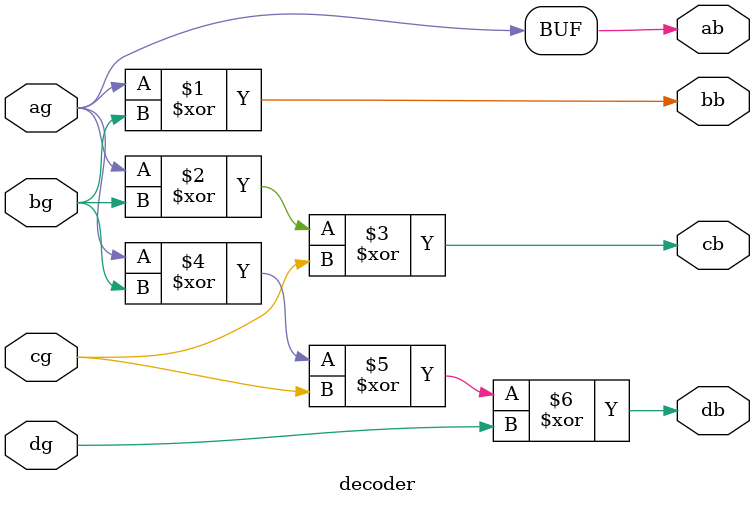
<source format=sv>
`timescale 1ns/1ps
`default_nettype none

module decoder (
    input  logic ag, bg, cg, dg,   // Gray g3 g2 g1 g0
    output logic ab, bb, cb, db    // Bin  b3 b2 b1 b0
);
    // b3 = g3
    assign ab = ag;
    // b2 = b3 ^ g2
    assign bb = ag ^ bg;
    // b1 = b2 ^ g1
    assign cb = (ag ^ bg) ^ cg;
    // b0 = b1 ^ g0
    assign db = ((ag ^ bg) ^ cg) ^ dg;
endmodule

`default_nettype wire


</source>
